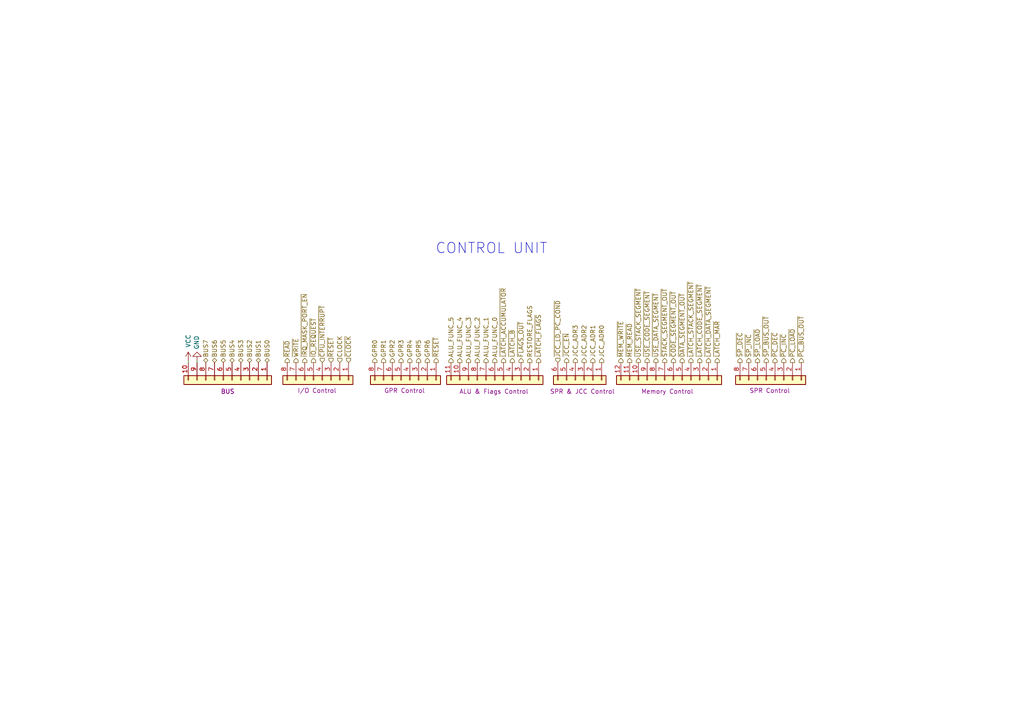
<source format=kicad_sch>
(kicad_sch (version 20211123) (generator eeschema)
  (paper "A4")
  (lib_symbols
    (symbol "Connector_Generic:Conn_01x06" (pin_names (offset 1.016) hide)
      (property "Reference" "J" (at 0 7.62 0))
      (property "Value" "Conn_01x06" (at 0 -10.16 0))
      (symbol "Conn_01x06_1_1"
        (rectangle (start -1.27 -7.493) (end 0 -7.747) (stroke (width 0.1524)))
        (rectangle (start -1.27 -4.953) (end 0 -5.207) (stroke (width 0.1524)))
        (rectangle (start -1.27 -2.413) (end 0 -2.667) (stroke (width 0.1524)))
        (rectangle (start -1.27 0.127) (end 0 -0.127) (stroke (width 0.1524)))
        (rectangle (start -1.27 2.667) (end 0 2.413) (stroke (width 0.1524)))
        (rectangle (start -1.27 5.207) (end 0 4.953) (stroke (width 0.1524)))
        (rectangle (start -1.27 6.35) (end 1.27 -8.89) (stroke (width 0.254)) (fill (type background)))
        (pin passive line (at -5.08 5.08 0) (length 3.81) (name "Pin_1") (number "1"))
        (pin passive line (at -5.08 2.54 0) (length 3.81) (name "Pin_2") (number "2"))
        (pin passive line (at -5.08 0 0) (length 3.81) (name "Pin_3") (number "3"))
        (pin passive line (at -5.08 -2.54 0) (length 3.81) (name "Pin_4") (number "4"))
        (pin passive line (at -5.08 -5.08 0) (length 3.81) (name "Pin_5") (number "5"))
        (pin passive line (at -5.08 -7.62 0) (length 3.81) (name "Pin_6") (number "6"))
      )
    )
    (symbol "Connector_Generic:Conn_01x08" (pin_names (offset 1.016) hide)
      (property "Reference" "J" (at 0 10.16 0))
      (property "Value" "Conn_01x08" (at 0 -12.7 0))
      (symbol "Conn_01x08_1_1"
        (rectangle (start -1.27 -10.033) (end 0 -10.287) (stroke (width 0.1524)))
        (rectangle (start -1.27 -7.493) (end 0 -7.747) (stroke (width 0.1524)))
        (rectangle (start -1.27 -4.953) (end 0 -5.207) (stroke (width 0.1524)))
        (rectangle (start -1.27 -2.413) (end 0 -2.667) (stroke (width 0.1524)))
        (rectangle (start -1.27 0.127) (end 0 -0.127) (stroke (width 0.1524)))
        (rectangle (start -1.27 2.667) (end 0 2.413) (stroke (width 0.1524)))
        (rectangle (start -1.27 5.207) (end 0 4.953) (stroke (width 0.1524)))
        (rectangle (start -1.27 7.747) (end 0 7.493) (stroke (width 0.1524)))
        (rectangle (start -1.27 8.89) (end 1.27 -11.43) (stroke (width 0.254)) (fill (type background)))
        (pin passive line (at -5.08 7.62 0) (length 3.81) (name "Pin_1") (number "1"))
        (pin passive line (at -5.08 5.08 0) (length 3.81) (name "Pin_2") (number "2"))
        (pin passive line (at -5.08 2.54 0) (length 3.81) (name "Pin_3") (number "3"))
        (pin passive line (at -5.08 0 0) (length 3.81) (name "Pin_4") (number "4"))
        (pin passive line (at -5.08 -2.54 0) (length 3.81) (name "Pin_5") (number "5"))
        (pin passive line (at -5.08 -5.08 0) (length 3.81) (name "Pin_6") (number "6"))
        (pin passive line (at -5.08 -7.62 0) (length 3.81) (name "Pin_7") (number "7"))
        (pin passive line (at -5.08 -10.16 0) (length 3.81) (name "Pin_8") (number "8"))
      )
    )
    (symbol "Connector_Generic:Conn_01x10" (pin_names (offset 1.016) hide)
      (property "Reference" "J" (at 0 12.7 0))
      (property "Value" "Conn_01x10" (at 0 -15.24 0))
      (symbol "Conn_01x10_1_1"
        (rectangle (start -1.27 -12.573) (end 0 -12.827) (stroke (width 0.1524)))
        (rectangle (start -1.27 -10.033) (end 0 -10.287) (stroke (width 0.1524)))
        (rectangle (start -1.27 -7.493) (end 0 -7.747) (stroke (width 0.1524)))
        (rectangle (start -1.27 -4.953) (end 0 -5.207) (stroke (width 0.1524)))
        (rectangle (start -1.27 -2.413) (end 0 -2.667) (stroke (width 0.1524)))
        (rectangle (start -1.27 0.127) (end 0 -0.127) (stroke (width 0.1524)))
        (rectangle (start -1.27 2.667) (end 0 2.413) (stroke (width 0.1524)))
        (rectangle (start -1.27 5.207) (end 0 4.953) (stroke (width 0.1524)))
        (rectangle (start -1.27 7.747) (end 0 7.493) (stroke (width 0.1524)))
        (rectangle (start -1.27 10.287) (end 0 10.033) (stroke (width 0.1524)))
        (rectangle (start -1.27 11.43) (end 1.27 -13.97) (stroke (width 0.254)) (fill (type background)))
        (pin passive line (at -5.08 10.16 0) (length 3.81) (name "Pin_1") (number "1"))
        (pin passive line (at -5.08 -12.7 0) (length 3.81) (name "Pin_10") (number "10"))
        (pin passive line (at -5.08 7.62 0) (length 3.81) (name "Pin_2") (number "2"))
        (pin passive line (at -5.08 5.08 0) (length 3.81) (name "Pin_3") (number "3"))
        (pin passive line (at -5.08 2.54 0) (length 3.81) (name "Pin_4") (number "4"))
        (pin passive line (at -5.08 0 0) (length 3.81) (name "Pin_5") (number "5"))
        (pin passive line (at -5.08 -2.54 0) (length 3.81) (name "Pin_6") (number "6"))
        (pin passive line (at -5.08 -5.08 0) (length 3.81) (name "Pin_7") (number "7"))
        (pin passive line (at -5.08 -7.62 0) (length 3.81) (name "Pin_8") (number "8"))
        (pin passive line (at -5.08 -10.16 0) (length 3.81) (name "Pin_9") (number "9"))
      )
    )
    (symbol "Connector_Generic:Conn_01x11" (pin_names (offset 1.016) hide)
      (property "Reference" "J" (at 0 15.24 0))
      (property "Value" "Conn_01x11" (at 0 -15.24 0))
      (symbol "Conn_01x11_1_1"
        (rectangle (start -1.27 -12.573) (end 0 -12.827) (stroke (width 0.1524)))
        (rectangle (start -1.27 -10.033) (end 0 -10.287) (stroke (width 0.1524)))
        (rectangle (start -1.27 -7.493) (end 0 -7.747) (stroke (width 0.1524)))
        (rectangle (start -1.27 -4.953) (end 0 -5.207) (stroke (width 0.1524)))
        (rectangle (start -1.27 -2.413) (end 0 -2.667) (stroke (width 0.1524)))
        (rectangle (start -1.27 0.127) (end 0 -0.127) (stroke (width 0.1524)))
        (rectangle (start -1.27 2.667) (end 0 2.413) (stroke (width 0.1524)))
        (rectangle (start -1.27 5.207) (end 0 4.953) (stroke (width 0.1524)))
        (rectangle (start -1.27 7.747) (end 0 7.493) (stroke (width 0.1524)))
        (rectangle (start -1.27 10.287) (end 0 10.033) (stroke (width 0.1524)))
        (rectangle (start -1.27 12.827) (end 0 12.573) (stroke (width 0.1524)))
        (rectangle (start -1.27 13.97) (end 1.27 -13.97) (stroke (width 0.254)) (fill (type background)))
        (pin passive line (at -5.08 12.7 0) (length 3.81) (name "Pin_1") (number "1"))
        (pin passive line (at -5.08 -10.16 0) (length 3.81) (name "Pin_10") (number "10"))
        (pin passive line (at -5.08 -12.7 0) (length 3.81) (name "Pin_11") (number "11"))
        (pin passive line (at -5.08 10.16 0) (length 3.81) (name "Pin_2") (number "2"))
        (pin passive line (at -5.08 7.62 0) (length 3.81) (name "Pin_3") (number "3"))
        (pin passive line (at -5.08 5.08 0) (length 3.81) (name "Pin_4") (number "4"))
        (pin passive line (at -5.08 2.54 0) (length 3.81) (name "Pin_5") (number "5"))
        (pin passive line (at -5.08 0 0) (length 3.81) (name "Pin_6") (number "6"))
        (pin passive line (at -5.08 -2.54 0) (length 3.81) (name "Pin_7") (number "7"))
        (pin passive line (at -5.08 -5.08 0) (length 3.81) (name "Pin_8") (number "8"))
        (pin passive line (at -5.08 -7.62 0) (length 3.81) (name "Pin_9") (number "9"))
      )
    )
    (symbol "Connector_Generic:Conn_01x12" (pin_names (offset 1.016) hide)
      (property "Reference" "J" (at 0 15.24 0))
      (property "Value" "Conn_01x12" (at 0 -17.78 0))
      (symbol "Conn_01x12_1_1"
        (rectangle (start -1.27 -15.113) (end 0 -15.367) (stroke (width 0.1524)))
        (rectangle (start -1.27 -12.573) (end 0 -12.827) (stroke (width 0.1524)))
        (rectangle (start -1.27 -10.033) (end 0 -10.287) (stroke (width 0.1524)))
        (rectangle (start -1.27 -7.493) (end 0 -7.747) (stroke (width 0.1524)))
        (rectangle (start -1.27 -4.953) (end 0 -5.207) (stroke (width 0.1524)))
        (rectangle (start -1.27 -2.413) (end 0 -2.667) (stroke (width 0.1524)))
        (rectangle (start -1.27 0.127) (end 0 -0.127) (stroke (width 0.1524)))
        (rectangle (start -1.27 2.667) (end 0 2.413) (stroke (width 0.1524)))
        (rectangle (start -1.27 5.207) (end 0 4.953) (stroke (width 0.1524)))
        (rectangle (start -1.27 7.747) (end 0 7.493) (stroke (width 0.1524)))
        (rectangle (start -1.27 10.287) (end 0 10.033) (stroke (width 0.1524)))
        (rectangle (start -1.27 12.827) (end 0 12.573) (stroke (width 0.1524)))
        (rectangle (start -1.27 13.97) (end 1.27 -16.51) (stroke (width 0.254)) (fill (type background)))
        (pin passive line (at -5.08 12.7 0) (length 3.81) (name "Pin_1") (number "1"))
        (pin passive line (at -5.08 -10.16 0) (length 3.81) (name "Pin_10") (number "10"))
        (pin passive line (at -5.08 -12.7 0) (length 3.81) (name "Pin_11") (number "11"))
        (pin passive line (at -5.08 -15.24 0) (length 3.81) (name "Pin_12") (number "12"))
        (pin passive line (at -5.08 10.16 0) (length 3.81) (name "Pin_2") (number "2"))
        (pin passive line (at -5.08 7.62 0) (length 3.81) (name "Pin_3") (number "3"))
        (pin passive line (at -5.08 5.08 0) (length 3.81) (name "Pin_4") (number "4"))
        (pin passive line (at -5.08 2.54 0) (length 3.81) (name "Pin_5") (number "5"))
        (pin passive line (at -5.08 0 0) (length 3.81) (name "Pin_6") (number "6"))
        (pin passive line (at -5.08 -2.54 0) (length 3.81) (name "Pin_7") (number "7"))
        (pin passive line (at -5.08 -5.08 0) (length 3.81) (name "Pin_8") (number "8"))
        (pin passive line (at -5.08 -7.62 0) (length 3.81) (name "Pin_9") (number "9"))
      )
    )
    (symbol "power:GND" (power) (pin_names (offset 0))
      (property "Value" "GND" (at 0 -3.81 0))
      (symbol "GND_0_1"
        (polyline (pts (xy 0 0) (xy 0 -1.27) (xy 1.27 -1.27) (xy 0 -2.54) (xy -1.27 -1.27) (xy 0 -1.27)))
      )
      (symbol "GND_1_1"
        (pin power_in line (at 0 0 270) (length 0) hide (name "GND") (number "1"))
      )
    )
    (symbol "power:VCC" (power) (pin_names (offset 0))
      (property "Value" "VCC" (at 0 3.81 0))
      (symbol "VCC_0_1"
        (polyline (pts (xy -0.762 1.27) (xy 0 2.54)))
        (polyline (pts (xy 0 0) (xy 0 2.54)))
        (polyline (pts (xy 0 2.54) (xy 0.762 1.27)))
      )
      (symbol "VCC_1_1"
        (pin power_in line (at 0 0 90) (length 0) hide (name "VCC") (number "1"))
      )
    )
  )
  (wire (pts (xy 57.15 105.156) (xy 57.15 104.648)))
  (wire (pts (xy 54.61 104.648) (xy 54.61 105.156)))
  (text "CONTROL UNIT" (at 126.238 73.914 0) (effects (font (size 3 3)) (justify left bottom)))
  (hierarchical_label "~{USE_CODE_SEGMENT}" (shape output) (at 187.706 105.156 90))
  (hierarchical_label "~{LATCH_DATA_SEGMENT}" (shape output) (at 205.486 105.156 90))
  (hierarchical_label "ALU_FUNC_5" (shape output) (at 130.81 105.156 90))
  (hierarchical_label "BUS2" (shape tri_state) (at 72.39 105.156 90))
  (hierarchical_label "BUS3" (shape tri_state) (at 69.85 105.156 90))
  (hierarchical_label "ALU_FUNC_3" (shape output) (at 135.89 105.156 90))
  (hierarchical_label "~{CODE_SEGMENT_OUT}" (shape output) (at 195.326 105.156 90))
  (hierarchical_label "~{LATCH_MAR}" (shape output) (at 208.026 105.156 90))
  (hierarchical_label "~{STACK_SEGMENT_OUT}" (shape output) (at 192.786 105.156 90))
  (hierarchical_label "CLOCK" (shape input) (at 98.552 105.156 90))
  (hierarchical_label "~{SP_BUS_OUT}" (shape output) (at 222.25 105.156 90))
  (hierarchical_label "BUS1" (shape tri_state) (at 74.93 105.156 90))
  (hierarchical_label "JCC_ADR1" (shape output) (at 171.958 105.156 90))
  (hierarchical_label "GPR4" (shape output) (at 118.872 105.156 90))
  (hierarchical_label "BUS5" (shape tri_state) (at 64.77 105.156 90))
  (hierarchical_label "JCC_ADR2" (shape output) (at 169.418 105.156 90))
  (hierarchical_label "~{LATCH_CODE_SEGMENT}" (shape output) (at 202.946 105.156 90))
  (hierarchical_label "~{LATCH_FLAGS}" (shape output) (at 156.21 105.156 90))
  (hierarchical_label "~{LATCH_STACK_SEGMENT}" (shape output) (at 200.406 105.156 90))
  (hierarchical_label "ALU_FUNC_0" (shape output) (at 143.51 105.156 90))
  (hierarchical_label "GPR2" (shape output) (at 113.792 105.156 90))
  (hierarchical_label "RESTORE_FLAGS" (shape output) (at 153.67 105.156 90))
  (hierarchical_label "~{READ}" (shape output) (at 83.312 105.156 90))
  (hierarchical_label "~{PC_DEC}" (shape output) (at 224.79 105.156 90))
  (hierarchical_label "~{JCC_LD_PC_COND}" (shape input) (at 161.798 105.156 90))
  (hierarchical_label "~{DATA_SEGMENT_OUT}" (shape output) (at 197.866 105.156 90))
  (hierarchical_label "GPR0" (shape output) (at 108.712 105.156 90))
  (hierarchical_label "~{FLAGS_OUT}" (shape output) (at 151.13 105.156 90))
  (hierarchical_label "GPR6" (shape output) (at 123.952 105.156 90))
  (hierarchical_label "~{PC_LOAD}" (shape output) (at 229.87 105.156 90))
  (hierarchical_label "ALU_FUNC_2" (shape output) (at 138.43 105.156 90))
  (hierarchical_label "~{PC_INC}" (shape output) (at 227.33 105.156 90))
  (hierarchical_label "ALU_FUNC_1" (shape output) (at 140.97 105.156 90))
  (hierarchical_label "~{IRQ_MASK_PORT_EN}" (shape output) (at 88.392 105.156 90))
  (hierarchical_label "GPR5" (shape output) (at 121.412 105.156 90))
  (hierarchical_label "~{JCC_EN}" (shape output) (at 164.338 105.156 90))
  (hierarchical_label "~{SP_DEC}" (shape output) (at 214.63 105.156 90))
  (hierarchical_label "~{WRITE}" (shape output) (at 85.852 105.156 90))
  (hierarchical_label "~{MEM_READ}" (shape output) (at 182.626 105.156 90))
  (hierarchical_label "BUS7" (shape tri_state) (at 59.69 105.156 90))
  (hierarchical_label "~{LATCH_B}" (shape output) (at 148.59 105.156 90))
  (hierarchical_label "GPR3" (shape output) (at 116.332 105.156 90))
  (hierarchical_label "~{MEM_WRITE}" (shape output) (at 180.086 105.156 90))
  (hierarchical_label "ALU_FUNC_4" (shape output) (at 133.35 105.156 90))
  (hierarchical_label "~{RESET}" (shape input) (at 96.012 105.156 90))
  (hierarchical_label "~{SP_INC}" (shape output) (at 217.17 105.156 90))
  (hierarchical_label "BUS6" (shape tri_state) (at 62.23 105.156 90))
  (hierarchical_label "~{IO_REQUEST}" (shape output) (at 90.932 105.156 90))
  (hierarchical_label "GPR1" (shape output) (at 111.252 105.156 90))
  (hierarchical_label "~{CPU_INTERRUPT}" (shape input) (at 93.472 105.156 90))
  (hierarchical_label "JCC_ADR3" (shape output) (at 166.878 105.156 90))
  (hierarchical_label "JCC_ADR0" (shape output) (at 174.498 105.156 90))
  (hierarchical_label "~{RESET}" (shape output) (at 126.492 105.156 90))
  (hierarchical_label "BUS4" (shape tri_state) (at 67.31 105.156 90))
  (hierarchical_label "~{USE_DATA_SEGMENT}" (shape output) (at 190.246 105.156 90))
  (hierarchical_label "~{CLOCK}" (shape input) (at 101.092 105.156 90))
  (hierarchical_label "~{USE_STACK_SEGMENT}" (shape output) (at 185.166 105.156 90))
  (hierarchical_label "~{PC_BUS_OUT}" (shape output) (at 232.41 105.156 90))
  (hierarchical_label "~{SP_LOAD}" (shape output) (at 219.71 105.156 90))
  (hierarchical_label "~{LATCH_ACCUMULATOR}" (shape output) (at 146.05 105.156 90))
  (hierarchical_label "BUS0" (shape tri_state) (at 77.47 105.156 90))
  (symbol (lib_id "Connector_Generic:Conn_01x06") (at 169.418 110.236 270) (unit 1)
    (property "Reference" "J37" (effects hide))
    (property "Value" "Conn_01x09" (effects hide))
    (property "Footprint" "Connector_Dsub:DSUB-9_Female_Horizontal_P2.77x2.84mm_EdgePinOffset4.94mm_Housed_MountingHolesOffset7.48mm" (effects hide))
    (property "Field4" "SPR & JCC Control" (at 168.91 113.538 90))
  )
  (symbol (lib_id "power:GND") (at 57.15 104.648 180) (unit 1)
    (property "Reference" "#PWR027" (effects hide))
    (property "Value" "GND" (at 57.023 101.3968 90) (effects (justify right)))
  )
  (symbol (lib_id "Connector_Generic:Conn_01x12") (at 195.326 110.236 270) (unit 1)
    (property "Reference" "J38" (effects hide))
    (property "Value" "Conn_01x12" (effects hide))
    (property "Footprint" "Connector_PinSocket_2.54mm:PinSocket_1x12_P2.54mm_Vertical" (effects hide))
    (property "Field4" "Memory Control" (at 193.548 113.538 90))
  )
  (symbol (lib_id "Connector_Generic:Conn_01x10") (at 67.31 110.236 270) (unit 1)
    (property "Reference" "J33" (effects hide))
    (property "Value" "Conn_01x11" (effects hide))
    (property "Footprint" "Connector_PinSocket_2.54mm:PinSocket_1x11_P2.54mm_Vertical" (effects hide))
    (property "Field4" "BUS" (at 66.04 113.538 90))
  )
  (symbol (lib_id "Connector_Generic:Conn_01x11") (at 143.51 110.236 270) (unit 1)
    (property "Reference" "J36" (effects hide))
    (property "Value" "Conn_01x08" (effects hide))
    (property "Footprint" "Connector_PinSocket_2.54mm:PinSocket_1x08_P2.54mm_Vertical" (effects hide))
    (property "Field4" "ALU & Flags Control" (at 143.256 113.538 90))
  )
  (symbol (lib_id "power:VCC") (at 54.61 104.648 0) (unit 1)
    (property "Reference" "#PWR026" (effects hide))
    (property "Value" "VCC" (at 54.61 100.838 90) (effects (justify left)))
  )
  (symbol (lib_id "Connector_Generic:Conn_01x08") (at 93.472 110.236 270) (unit 1)
    (property "Reference" "J34" (effects hide))
    (property "Value" "Conn_01x16" (effects hide))
    (property "Footprint" "Connector_PinSocket_2.54mm:PinSocket_1x16_P2.54mm_Vertical" (effects hide))
    (property "Field4" "I/O Control" (at 91.948 113.284 90))
  )
  (symbol (lib_id "Connector_Generic:Conn_01x08") (at 118.872 110.236 270) (unit 1)
    (property "Reference" "J35" (effects hide))
    (property "Value" "Conn_01x16" (effects hide))
    (property "Footprint" "Connector_PinSocket_2.54mm:PinSocket_1x16_P2.54mm_Vertical" (effects hide))
    (property "Field4" "GPR Control" (at 117.348 113.284 90))
  )
  (symbol (lib_id "Connector_Generic:Conn_01x08") (at 224.79 110.236 270) (unit 1)
    (property "Reference" "J39" (effects hide))
    (property "Value" "Conn_01x08" (effects hide))
    (property "Footprint" "Connector_PinSocket_2.54mm:PinSocket_1x08_P2.54mm_Vertical" (effects hide))
    (property "Field4" "SPR Control" (at 223.266 113.284 90))
  )
)
</source>
